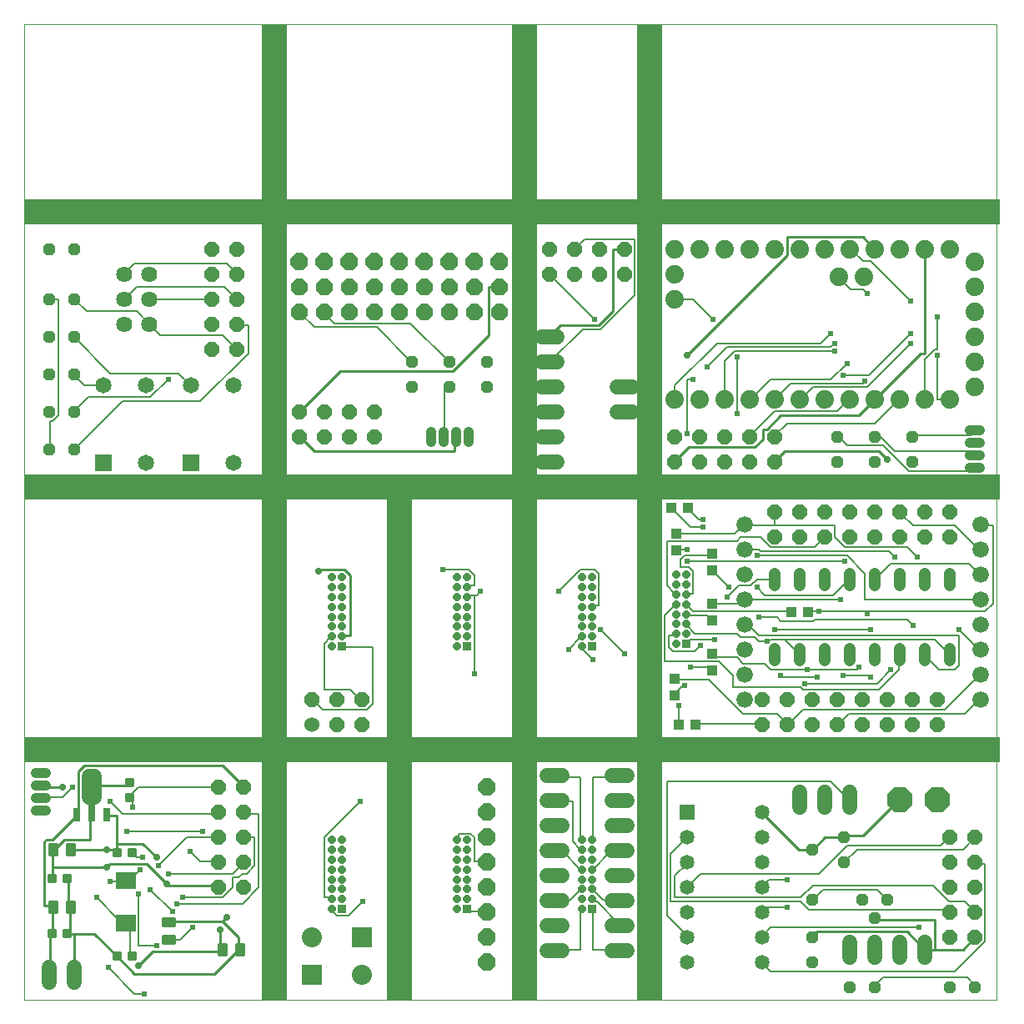
<source format=gbl>
G75*
%MOIN*%
%OFA0B0*%
%FSLAX24Y24*%
%IPPOS*%
%LPD*%
%AMOC8*
5,1,8,0,0,1.08239X$1,22.5*
%
%ADD10C,0.0000*%
%ADD11R,0.1000X2.1000*%
%ADD12R,3.9000X0.1000*%
%ADD13R,0.1000X3.9000*%
%ADD14C,0.0100*%
%ADD15C,0.0088*%
%ADD16R,0.0800X0.0700*%
%ADD17R,0.0315X0.0551*%
%ADD18R,0.0315X0.0748*%
%ADD19C,0.0600*%
%ADD20OC8,0.0600*%
%ADD21R,0.0650X0.0650*%
%ADD22C,0.0650*%
%ADD23OC8,0.0480*%
%ADD24R,0.0800X0.0800*%
%ADD25C,0.0800*%
%ADD26R,0.0585X0.0585*%
%ADD27C,0.0585*%
%ADD28OC8,0.1000*%
%ADD29C,0.0600*%
%ADD30C,0.0740*%
%ADD31R,0.0317X0.0317*%
%ADD32OC8,0.0317*%
%ADD33C,0.0640*%
%ADD34OC8,0.0700*%
%ADD35OC8,0.0660*%
%ADD36C,0.0413*%
%ADD37C,0.0660*%
%ADD38C,0.0480*%
%ADD39R,0.0394X0.0433*%
%ADD40R,0.0433X0.0394*%
%ADD41C,0.0280*%
%ADD42C,0.0080*%
%ADD43C,0.0240*%
D10*
X000535Y000725D02*
X000535Y039721D01*
X039405Y039721D01*
X039405Y000725D01*
X000535Y000725D01*
D11*
X015535Y011225D03*
D12*
X020035Y010725D03*
X020035Y021225D03*
X020035Y032225D03*
D13*
X020535Y020225D03*
X025535Y020225D03*
X010535Y020225D03*
D14*
X012375Y017925D02*
X013335Y017925D01*
X013575Y017685D01*
X013575Y015285D01*
X013255Y015285D01*
X013232Y015241D01*
X012295Y017845D02*
X012375Y017925D01*
X012135Y022645D02*
X011575Y023205D01*
X011535Y023225D01*
X012135Y022645D02*
X017735Y022645D01*
X017735Y023205D01*
X017785Y023225D01*
X017655Y025845D02*
X019095Y027285D01*
X019095Y029205D01*
X019495Y029205D01*
X019535Y029225D01*
X021575Y027285D02*
X021535Y027225D01*
X021575Y027285D02*
X021975Y027685D01*
X023495Y027685D01*
X024055Y028245D01*
X024055Y030725D01*
X024535Y030725D01*
X027015Y026485D02*
X031015Y030485D01*
X031015Y031205D01*
X034055Y031205D01*
X034535Y030725D01*
X036535Y030725D02*
X036535Y026565D01*
X036375Y026565D01*
X034535Y024725D01*
X033895Y024085D01*
X030775Y024085D01*
X030215Y023525D01*
X030055Y023525D01*
X030055Y023125D01*
X029735Y022805D01*
X027095Y022805D01*
X026535Y022245D01*
X026535Y022225D01*
X030535Y022245D02*
X030535Y022225D01*
X030535Y022245D02*
X030935Y022645D01*
X034695Y022645D01*
X035015Y022325D01*
X035495Y008725D02*
X035535Y008725D01*
X035495Y008725D02*
X034055Y007285D01*
X033335Y007285D01*
X033285Y007225D01*
X033255Y007205D01*
X032535Y007205D01*
X032055Y006725D01*
X032035Y006725D01*
X031495Y006725D01*
X030055Y008165D01*
X030035Y008225D01*
X034535Y003975D02*
X034535Y003925D01*
X036935Y003925D01*
X036935Y002725D01*
X038055Y002725D01*
X038535Y003205D01*
X038535Y003225D01*
X036935Y002725D02*
X036535Y002725D01*
X035815Y003445D01*
X032215Y003445D01*
X032055Y003285D01*
X032035Y003225D01*
X011575Y024245D02*
X011535Y024225D01*
X011575Y024245D02*
X013175Y025845D01*
X017655Y025845D01*
X008455Y010085D02*
X002935Y010085D01*
X002695Y009845D01*
X002695Y008165D01*
X002635Y008125D01*
X002615Y008085D01*
X001655Y007125D01*
X001415Y007125D01*
X001335Y007045D01*
X001335Y004485D01*
X001655Y004485D01*
X001685Y004425D01*
X001835Y004200D02*
X001535Y004200D01*
X001535Y004650D01*
X001835Y004650D01*
X001835Y004200D01*
X001835Y004299D02*
X001535Y004299D01*
X001535Y004398D02*
X001835Y004398D01*
X001835Y004497D02*
X001535Y004497D01*
X001535Y004596D02*
X001835Y004596D01*
X001685Y004425D02*
X001655Y004405D01*
X001655Y003445D01*
X001635Y003375D01*
X001575Y003365D01*
X001575Y001765D01*
X001535Y001725D01*
X002535Y001725D02*
X002535Y003365D01*
X003335Y003365D01*
X004215Y002485D01*
X004235Y002475D01*
X004295Y002405D01*
X004935Y001765D01*
X008135Y001765D01*
X009095Y002725D01*
X009135Y002725D01*
X009285Y002500D02*
X008985Y002500D01*
X008985Y002950D01*
X009285Y002950D01*
X009285Y002500D01*
X009285Y002599D02*
X008985Y002599D01*
X008985Y002698D02*
X009285Y002698D01*
X009285Y002797D02*
X008985Y002797D01*
X008985Y002896D02*
X009285Y002896D01*
X009095Y002725D02*
X009095Y003205D01*
X008455Y003845D01*
X008615Y004005D01*
X008455Y003845D02*
X006295Y003845D01*
X006285Y003825D01*
X006510Y003975D02*
X006510Y003675D01*
X006060Y003675D01*
X006060Y003975D01*
X006510Y003975D01*
X006510Y003774D02*
X006060Y003774D01*
X006060Y003873D02*
X006510Y003873D01*
X006510Y003972D02*
X006060Y003972D01*
X006510Y003275D02*
X006510Y002975D01*
X006060Y002975D01*
X006060Y003275D01*
X006510Y003275D01*
X006510Y003074D02*
X006060Y003074D01*
X006060Y003173D02*
X006510Y003173D01*
X006510Y003272D02*
X006060Y003272D01*
X005655Y002645D02*
X008295Y002645D01*
X008375Y002725D01*
X008435Y002725D01*
X008585Y002500D02*
X008285Y002500D01*
X008285Y002950D01*
X008585Y002950D01*
X008585Y002500D01*
X008585Y002599D02*
X008285Y002599D01*
X008285Y002698D02*
X008585Y002698D01*
X008585Y002797D02*
X008285Y002797D01*
X008285Y002896D02*
X008585Y002896D01*
X008375Y002725D02*
X008375Y003525D01*
X008285Y005225D02*
X008215Y005285D01*
X006295Y005285D01*
X006215Y005365D01*
X005415Y006165D01*
X003975Y006165D01*
X003815Y006005D01*
X001655Y006005D01*
X001655Y005605D01*
X001635Y005575D01*
X002235Y005575D02*
X002295Y005525D01*
X002295Y004485D01*
X002375Y004485D01*
X002385Y004425D01*
X002535Y004200D02*
X002235Y004200D01*
X002235Y004650D01*
X002535Y004650D01*
X002535Y004200D01*
X002535Y004299D02*
X002235Y004299D01*
X002235Y004398D02*
X002535Y004398D01*
X002535Y004497D02*
X002235Y004497D01*
X002235Y004596D02*
X002535Y004596D01*
X002385Y004425D02*
X002375Y004405D01*
X002375Y003445D01*
X002295Y003445D01*
X002235Y003375D01*
X002295Y003365D01*
X002535Y003365D01*
X005095Y002085D02*
X005655Y002645D01*
X005815Y006405D02*
X005255Y006965D01*
X004215Y006965D01*
X004215Y006725D01*
X004235Y006625D01*
X004215Y006645D01*
X004215Y006725D01*
X003815Y006725D01*
X002385Y006725D01*
X002535Y006500D02*
X002235Y006500D01*
X002235Y006950D01*
X002535Y006950D01*
X002535Y006500D01*
X002535Y006599D02*
X002235Y006599D01*
X002235Y006698D02*
X002535Y006698D01*
X002535Y006797D02*
X002235Y006797D01*
X002235Y006896D02*
X002535Y006896D01*
X002135Y007125D02*
X001735Y006725D01*
X001685Y006725D01*
X001835Y006500D02*
X001535Y006500D01*
X001535Y006950D01*
X001835Y006950D01*
X001835Y006500D01*
X001835Y006599D02*
X001535Y006599D01*
X001535Y006698D02*
X001835Y006698D01*
X001835Y006797D02*
X001535Y006797D01*
X001535Y006896D02*
X001835Y006896D01*
X001685Y006725D02*
X001655Y006725D01*
X001655Y006005D01*
X002135Y007125D02*
X003175Y007125D01*
X003175Y008165D01*
X003235Y008225D01*
X003255Y008245D01*
X003255Y009205D01*
X003235Y009245D01*
X003255Y009285D01*
X004615Y009285D01*
X004695Y009365D01*
X004735Y009425D01*
X004215Y008085D02*
X003895Y008085D01*
X003835Y008125D01*
X004215Y008085D02*
X004215Y006965D01*
X002055Y009205D02*
X001255Y009205D01*
X001185Y009275D01*
X008455Y010085D02*
X009255Y009285D01*
X009285Y009225D01*
D15*
X004966Y006494D02*
X004704Y006494D01*
X004704Y006756D01*
X004966Y006756D01*
X004966Y006494D01*
X004966Y006581D02*
X004704Y006581D01*
X004704Y006668D02*
X004966Y006668D01*
X004966Y006755D02*
X004704Y006755D01*
X004366Y006494D02*
X004104Y006494D01*
X004104Y006756D01*
X004366Y006756D01*
X004366Y006494D01*
X004366Y006581D02*
X004104Y006581D01*
X004104Y006668D02*
X004366Y006668D01*
X004366Y006755D02*
X004104Y006755D01*
X002366Y005444D02*
X002104Y005444D01*
X002104Y005706D01*
X002366Y005706D01*
X002366Y005444D01*
X002366Y005531D02*
X002104Y005531D01*
X002104Y005618D02*
X002366Y005618D01*
X002366Y005705D02*
X002104Y005705D01*
X001766Y005444D02*
X001504Y005444D01*
X001504Y005706D01*
X001766Y005706D01*
X001766Y005444D01*
X001766Y005531D02*
X001504Y005531D01*
X001504Y005618D02*
X001766Y005618D01*
X001766Y005705D02*
X001504Y005705D01*
X001504Y003244D02*
X001766Y003244D01*
X001504Y003244D02*
X001504Y003506D01*
X001766Y003506D01*
X001766Y003244D01*
X001766Y003331D02*
X001504Y003331D01*
X001504Y003418D02*
X001766Y003418D01*
X001766Y003505D02*
X001504Y003505D01*
X002104Y003244D02*
X002366Y003244D01*
X002104Y003244D02*
X002104Y003506D01*
X002366Y003506D01*
X002366Y003244D01*
X002366Y003331D02*
X002104Y003331D01*
X002104Y003418D02*
X002366Y003418D01*
X002366Y003505D02*
X002104Y003505D01*
X004104Y002344D02*
X004366Y002344D01*
X004104Y002344D02*
X004104Y002606D01*
X004366Y002606D01*
X004366Y002344D01*
X004366Y002431D02*
X004104Y002431D01*
X004104Y002518D02*
X004366Y002518D01*
X004366Y002605D02*
X004104Y002605D01*
X004704Y002344D02*
X004966Y002344D01*
X004704Y002344D02*
X004704Y002606D01*
X004966Y002606D01*
X004966Y002344D01*
X004966Y002431D02*
X004704Y002431D01*
X004704Y002518D02*
X004966Y002518D01*
X004966Y002605D02*
X004704Y002605D01*
X004866Y008694D02*
X004866Y008956D01*
X004866Y008694D02*
X004604Y008694D01*
X004604Y008956D01*
X004866Y008956D01*
X004866Y008781D02*
X004604Y008781D01*
X004604Y008868D02*
X004866Y008868D01*
X004866Y008955D02*
X004604Y008955D01*
X004866Y009294D02*
X004866Y009556D01*
X004866Y009294D02*
X004604Y009294D01*
X004604Y009556D01*
X004866Y009556D01*
X004866Y009381D02*
X004604Y009381D01*
X004604Y009468D02*
X004866Y009468D01*
X004866Y009555D02*
X004604Y009555D01*
D16*
X004585Y005475D03*
X004585Y003775D03*
D17*
X003835Y008125D03*
X002635Y008125D03*
D18*
X003235Y008225D03*
D19*
X003135Y009663D02*
X003335Y009663D01*
X003335Y008827D01*
X003135Y008827D01*
X003135Y009663D01*
X003135Y009426D02*
X003335Y009426D01*
X002535Y002025D02*
X002535Y001425D01*
X001535Y001425D02*
X001535Y002025D01*
X021435Y002675D02*
X022035Y002675D01*
X022035Y003675D02*
X021435Y003675D01*
X021435Y004675D02*
X022035Y004675D01*
X022035Y005675D02*
X021435Y005675D01*
X021435Y006675D02*
X022035Y006675D01*
X022035Y007675D02*
X021435Y007675D01*
X021435Y008675D02*
X022035Y008675D01*
X022035Y009675D02*
X021435Y009675D01*
X024035Y009675D02*
X024635Y009675D01*
X024635Y008675D02*
X024035Y008675D01*
X024035Y007675D02*
X024635Y007675D01*
X024635Y006675D02*
X024035Y006675D01*
X024035Y005675D02*
X024635Y005675D01*
X024635Y004675D02*
X024035Y004675D01*
X024035Y003675D02*
X024635Y003675D01*
X024635Y002675D02*
X024035Y002675D01*
X031535Y008425D02*
X031535Y009025D01*
X032535Y009025D02*
X032535Y008425D01*
X033535Y008425D02*
X033535Y009025D01*
X033535Y003025D02*
X033535Y002425D01*
X034535Y002425D02*
X034535Y003025D01*
X035535Y003025D02*
X035535Y002425D01*
X036535Y002425D02*
X036535Y003025D01*
X021835Y022225D02*
X021235Y022225D01*
X021235Y023225D02*
X021835Y023225D01*
X021835Y024225D02*
X021235Y024225D01*
X021235Y025225D02*
X021835Y025225D01*
X021835Y026225D02*
X021235Y026225D01*
X021235Y027225D02*
X021835Y027225D01*
X024235Y025225D02*
X024835Y025225D01*
X024835Y024225D02*
X024235Y024225D01*
D20*
X026535Y023225D03*
X027535Y023225D03*
X027535Y022225D03*
X026535Y022225D03*
X028535Y022225D03*
X029535Y022225D03*
X029535Y023225D03*
X028535Y023225D03*
X030535Y023225D03*
X030535Y022225D03*
X030535Y020225D03*
X030535Y019225D03*
X031535Y019225D03*
X031535Y020225D03*
X032535Y020225D03*
X032535Y019225D03*
X033535Y019225D03*
X033535Y020225D03*
X034535Y020225D03*
X034535Y019225D03*
X035535Y019225D03*
X035535Y020225D03*
X036535Y020225D03*
X036535Y019225D03*
X037535Y019225D03*
X037535Y020225D03*
X037035Y012725D03*
X036035Y012725D03*
X036035Y011725D03*
X037035Y011725D03*
X035035Y011725D03*
X034035Y011725D03*
X034035Y012725D03*
X035035Y012725D03*
X033035Y012725D03*
X032035Y012725D03*
X032035Y011725D03*
X033035Y011725D03*
X031035Y011725D03*
X030035Y011725D03*
X030035Y012725D03*
X031035Y012725D03*
X037535Y007225D03*
X037535Y006225D03*
X037535Y005225D03*
X037535Y004225D03*
X037535Y003225D03*
X038535Y003225D03*
X038535Y004225D03*
X038535Y005225D03*
X038535Y006225D03*
X038535Y007225D03*
X024535Y029725D03*
X023535Y029725D03*
X022535Y029725D03*
X021535Y029725D03*
X021535Y030725D03*
X022535Y030725D03*
X023535Y030725D03*
X024535Y030725D03*
X014535Y024225D03*
X014535Y023225D03*
X013535Y023225D03*
X012535Y023225D03*
X012535Y024225D03*
X013535Y024225D03*
X011535Y024225D03*
X011535Y023225D03*
X009035Y026725D03*
X008035Y026725D03*
X008035Y027725D03*
X009035Y027725D03*
X009035Y028725D03*
X008035Y028725D03*
X008035Y029725D03*
X009035Y029725D03*
X009035Y030725D03*
X008035Y030725D03*
X012035Y012725D03*
X013035Y012725D03*
X013035Y011725D03*
X014035Y011725D03*
X014035Y012725D03*
X009285Y009225D03*
X008285Y009225D03*
X008285Y008225D03*
X008285Y007225D03*
X008285Y006225D03*
X008285Y005225D03*
X009285Y005225D03*
X009285Y006225D03*
X009285Y007225D03*
X009285Y008225D03*
D21*
X007185Y022175D03*
X003685Y022175D03*
D22*
X005385Y022175D03*
X005385Y025275D03*
X003685Y025275D03*
X007185Y025275D03*
X008885Y025275D03*
X008885Y022175D03*
D23*
X002535Y022725D03*
X001535Y022725D03*
X001535Y024225D03*
X002535Y024225D03*
X002535Y025725D03*
X001535Y025725D03*
X001535Y027225D03*
X002535Y027225D03*
X002535Y028725D03*
X001535Y028725D03*
X001535Y030725D03*
X002535Y030725D03*
X016035Y026225D03*
X016035Y025225D03*
X017535Y025225D03*
X017535Y026225D03*
X019035Y026225D03*
X019035Y025225D03*
X033035Y023225D03*
X033035Y022225D03*
X034535Y022225D03*
X034535Y023225D03*
X036035Y023225D03*
X036035Y022225D03*
X033285Y007225D03*
X033285Y006225D03*
X032035Y006725D03*
X032035Y004725D03*
X032035Y003225D03*
X032035Y002225D03*
X033535Y001225D03*
X034535Y001225D03*
X034535Y003975D03*
X034035Y004725D03*
X035035Y004725D03*
X037535Y001225D03*
X038535Y001225D03*
D24*
X014035Y003225D03*
X012035Y001725D03*
D25*
X012035Y003225D03*
X014035Y001725D03*
D26*
X027035Y008225D03*
D27*
X027035Y007225D03*
X027035Y006225D03*
X027035Y005225D03*
X027035Y004225D03*
X027035Y003225D03*
X027035Y002225D03*
X030035Y002225D03*
X030035Y003225D03*
X030035Y004225D03*
X030035Y005225D03*
X030035Y006225D03*
X030035Y007225D03*
X030035Y008225D03*
D28*
X035535Y008725D03*
X037035Y008725D03*
D29*
X012035Y011725D03*
D30*
X026535Y024725D03*
X027535Y024725D03*
X028535Y024725D03*
X029535Y024725D03*
X030535Y024725D03*
X031535Y024725D03*
X032535Y024725D03*
X033535Y024725D03*
X034535Y024725D03*
X035535Y024725D03*
X036535Y024725D03*
X037535Y024725D03*
X038535Y025225D03*
X038535Y026225D03*
X038535Y027225D03*
X038535Y028225D03*
X038535Y029225D03*
X038535Y030225D03*
X037535Y030725D03*
X036535Y030725D03*
X035535Y030725D03*
X034535Y030725D03*
X033535Y030725D03*
X032535Y030725D03*
X031535Y030725D03*
X030535Y030725D03*
X029535Y030725D03*
X028535Y030725D03*
X027535Y030725D03*
X026535Y030725D03*
X026535Y029725D03*
X026535Y028725D03*
X033098Y029600D03*
X034098Y029600D03*
D31*
X026982Y014947D03*
X023232Y014847D03*
X018232Y014847D03*
X013232Y014847D03*
X013232Y004347D03*
X018232Y004347D03*
X023232Y004347D03*
D32*
X023232Y004741D03*
X023232Y005134D03*
X022838Y005134D03*
X022838Y004741D03*
X022838Y004347D03*
X022838Y005528D03*
X022838Y005922D03*
X022838Y006316D03*
X022838Y006709D03*
X023232Y006709D03*
X023232Y006316D03*
X023232Y005922D03*
X023232Y005528D03*
X023232Y007103D03*
X022838Y007103D03*
X018232Y007103D03*
X018232Y006709D03*
X018232Y006316D03*
X017838Y006316D03*
X017838Y006709D03*
X017838Y007103D03*
X017838Y005922D03*
X017838Y005528D03*
X017838Y005134D03*
X017838Y004741D03*
X018232Y004741D03*
X018232Y005134D03*
X018232Y005528D03*
X018232Y005922D03*
X017838Y004347D03*
X013232Y004741D03*
X013232Y005134D03*
X012838Y005134D03*
X012838Y004741D03*
X012838Y004347D03*
X012838Y005528D03*
X012838Y005922D03*
X012838Y006316D03*
X012838Y006709D03*
X013232Y006709D03*
X013232Y006316D03*
X013232Y005922D03*
X013232Y005528D03*
X013232Y007103D03*
X012838Y007103D03*
X012838Y014847D03*
X012838Y015241D03*
X012838Y015634D03*
X013232Y015634D03*
X013232Y015241D03*
X013232Y016028D03*
X012838Y016028D03*
X012838Y016422D03*
X012838Y016816D03*
X012838Y017209D03*
X013232Y017209D03*
X013232Y016816D03*
X013232Y016422D03*
X013232Y017603D03*
X012838Y017603D03*
X017838Y017603D03*
X017838Y017209D03*
X017838Y016816D03*
X018232Y016816D03*
X018232Y017209D03*
X018232Y017603D03*
X018232Y016422D03*
X017838Y016422D03*
X017838Y016028D03*
X017838Y015634D03*
X017838Y015241D03*
X018232Y015241D03*
X018232Y015634D03*
X018232Y016028D03*
X017838Y014847D03*
X022838Y014847D03*
X022838Y015241D03*
X022838Y015634D03*
X023232Y015634D03*
X023232Y015241D03*
X023232Y016028D03*
X022838Y016028D03*
X022838Y016422D03*
X022838Y016816D03*
X022838Y017209D03*
X023232Y017209D03*
X023232Y016816D03*
X023232Y016422D03*
X023232Y017603D03*
X022838Y017603D03*
X026588Y017703D03*
X026588Y017309D03*
X026588Y016916D03*
X026982Y016916D03*
X026982Y017309D03*
X026982Y017703D03*
X026982Y016522D03*
X026588Y016522D03*
X026588Y016128D03*
X026588Y015734D03*
X026588Y015341D03*
X026982Y015341D03*
X026982Y015734D03*
X026982Y016128D03*
X026588Y014947D03*
D33*
X005535Y027725D03*
X004535Y027725D03*
X004535Y028725D03*
X004535Y029725D03*
X005535Y029725D03*
X005535Y028725D03*
D34*
X011535Y030225D03*
X012535Y030225D03*
X013535Y030225D03*
X014535Y030225D03*
X015535Y030225D03*
X016535Y030225D03*
X017535Y030225D03*
X018535Y030225D03*
X019535Y030225D03*
X019035Y009225D03*
X019035Y008225D03*
X019035Y007225D03*
X019035Y006225D03*
X019035Y005225D03*
X019035Y004225D03*
X019035Y003225D03*
X019035Y002225D03*
D35*
X018535Y028225D03*
X019535Y028225D03*
X019535Y029225D03*
X018535Y029225D03*
X017535Y029225D03*
X016535Y029225D03*
X015535Y029225D03*
X014535Y029225D03*
X013535Y029225D03*
X012535Y029225D03*
X011535Y029225D03*
X011535Y028225D03*
X012535Y028225D03*
X013535Y028225D03*
X014535Y028225D03*
X015535Y028225D03*
X016535Y028225D03*
X017535Y028225D03*
D36*
X017285Y023432D02*
X017285Y023018D01*
X017785Y023018D02*
X017785Y023432D01*
X018285Y023432D02*
X018285Y023018D01*
X016785Y023018D02*
X016785Y023432D01*
X001392Y009775D02*
X000978Y009775D01*
X000978Y009275D02*
X001392Y009275D01*
X001392Y008775D02*
X000978Y008775D01*
X000978Y008275D02*
X001392Y008275D01*
X038328Y021975D02*
X038742Y021975D01*
X038742Y022475D02*
X038328Y022475D01*
X038328Y022975D02*
X038742Y022975D01*
X038742Y023475D02*
X038328Y023475D01*
D37*
X038759Y019725D03*
X038759Y018725D03*
X038759Y017725D03*
X038759Y016725D03*
X038759Y015725D03*
X038759Y014725D03*
X038759Y013725D03*
X038759Y012725D03*
X029311Y012725D03*
X029311Y013725D03*
X029311Y014725D03*
X029311Y015725D03*
X029311Y016725D03*
X029311Y017725D03*
X029311Y018725D03*
X029311Y019725D03*
D38*
X030535Y017765D02*
X030535Y017285D01*
X031535Y017285D02*
X031535Y017765D01*
X032535Y017765D02*
X032535Y017285D01*
X033535Y017285D02*
X033535Y017765D01*
X034535Y017765D02*
X034535Y017285D01*
X035535Y017285D02*
X035535Y017765D01*
X036535Y017765D02*
X036535Y017285D01*
X037535Y017285D02*
X037535Y017765D01*
X037535Y014765D02*
X037535Y014285D01*
X036535Y014285D02*
X036535Y014765D01*
X035535Y014765D02*
X035535Y014285D01*
X034535Y014285D02*
X034535Y014765D01*
X033535Y014765D02*
X033535Y014285D01*
X032535Y014285D02*
X032535Y014765D01*
X031535Y014765D02*
X031535Y014285D01*
X030535Y014285D02*
X030535Y014765D01*
D39*
X031200Y016225D03*
X031870Y016225D03*
X027370Y011725D03*
X026700Y011725D03*
X026400Y020375D03*
X027070Y020375D03*
D40*
X026585Y019360D03*
X026585Y018690D03*
X028035Y018560D03*
X028035Y017890D03*
X028035Y016560D03*
X028035Y015890D03*
X028035Y014560D03*
X028035Y013890D03*
X026535Y013560D03*
X026535Y012890D03*
D41*
X035015Y022325D03*
X027015Y026485D03*
X012295Y017845D03*
X002055Y009205D03*
X003815Y006725D03*
X003815Y006005D03*
X005815Y006405D03*
X006215Y005365D03*
X008375Y003525D03*
X008615Y004005D03*
X005095Y002085D03*
D42*
X004855Y002485D02*
X004835Y002475D01*
X004775Y002485D01*
X004775Y003765D01*
X004615Y003765D01*
X004585Y003775D01*
X004535Y003845D01*
X004375Y003845D01*
X003415Y004805D01*
X003975Y005445D02*
X004535Y005445D01*
X004585Y005475D01*
X004615Y005525D01*
X004775Y005525D01*
X005175Y005925D01*
X005255Y006405D02*
X005015Y006405D01*
X004855Y006565D01*
X004835Y006625D01*
X004855Y006645D01*
X004615Y007445D02*
X007655Y007445D01*
X008215Y007205D02*
X008285Y007225D01*
X008215Y007205D02*
X007015Y007205D01*
X005895Y006085D01*
X006295Y005765D02*
X008855Y005765D01*
X009255Y006165D01*
X009285Y006225D01*
X009255Y005765D02*
X009095Y005605D01*
X008855Y005605D01*
X008855Y005205D01*
X008455Y004805D01*
X006855Y004805D01*
X006615Y004565D02*
X009255Y004565D01*
X009895Y005205D01*
X009895Y008165D01*
X009335Y008165D01*
X009285Y008225D01*
X009285Y007225D02*
X009335Y007205D01*
X009735Y007205D01*
X009735Y006085D01*
X009415Y005765D01*
X009255Y005765D01*
X008285Y006225D02*
X008215Y006245D01*
X007575Y006245D01*
X007175Y006645D01*
X008215Y008165D02*
X008285Y008225D01*
X008215Y008165D02*
X004455Y008165D01*
X003975Y008645D01*
X004735Y008825D02*
X004775Y008805D01*
X004855Y008805D01*
X004855Y008405D01*
X004735Y008825D02*
X004775Y008885D01*
X005095Y009205D01*
X008215Y009205D01*
X008285Y009225D01*
X012035Y012725D02*
X012055Y012725D01*
X012455Y012325D01*
X014215Y012325D01*
X014455Y012565D01*
X014455Y014805D01*
X013255Y014805D01*
X013232Y014847D01*
X012838Y015241D02*
X012775Y015205D01*
X012535Y014965D01*
X012535Y013125D01*
X013575Y013125D01*
X013975Y012725D01*
X014035Y012725D01*
X013975Y008645D02*
X012535Y007205D01*
X012535Y004805D01*
X012775Y004805D01*
X012838Y004741D01*
X012838Y004347D02*
X012775Y004325D01*
X013015Y004085D01*
X013495Y004085D01*
X014055Y004645D01*
X017838Y007103D02*
X017895Y007125D01*
X017895Y007365D01*
X018375Y007365D01*
X018535Y007205D01*
X018535Y006245D01*
X019015Y006245D01*
X019035Y006225D01*
X019015Y004245D02*
X018375Y004245D01*
X018295Y004325D01*
X018232Y004347D01*
X019015Y004245D02*
X019035Y004225D01*
X021735Y004675D02*
X021735Y004725D01*
X022375Y004725D01*
X022775Y005125D01*
X022838Y005134D01*
X023232Y005134D02*
X023255Y005125D01*
X023655Y004725D01*
X024295Y004725D01*
X024335Y004675D01*
X023415Y004645D02*
X024375Y003685D01*
X024335Y003675D01*
X023255Y004325D02*
X023232Y004347D01*
X023255Y004325D02*
X023255Y002725D01*
X024295Y002725D01*
X024335Y002675D01*
X022775Y002725D02*
X022775Y004325D01*
X022838Y004347D01*
X023232Y004741D02*
X023255Y004725D01*
X023335Y004645D01*
X023415Y004645D01*
X023255Y005925D02*
X023232Y005922D01*
X023255Y005925D02*
X023975Y006645D01*
X024295Y006645D01*
X024335Y006675D01*
X023255Y007125D02*
X023232Y007103D01*
X023255Y007125D02*
X023255Y009605D01*
X024295Y009605D01*
X024335Y009675D01*
X022775Y009605D02*
X021735Y009605D01*
X021735Y009675D01*
X022775Y009605D02*
X022775Y007125D01*
X022838Y007103D01*
X022775Y006725D02*
X022838Y006709D01*
X022775Y006725D02*
X022455Y007045D01*
X022455Y008645D01*
X021735Y008645D01*
X021735Y008675D01*
X021735Y006675D02*
X021735Y006645D01*
X022055Y006645D01*
X022775Y005925D01*
X022838Y005922D01*
X022775Y002725D02*
X021735Y002725D01*
X021735Y002675D01*
X026215Y004085D02*
X026215Y009445D01*
X032775Y009445D01*
X033495Y008725D01*
X033535Y008725D01*
X033415Y006885D02*
X037175Y006885D01*
X037495Y007205D01*
X037535Y007225D01*
X038055Y006725D02*
X038535Y007205D01*
X038535Y007225D01*
X038055Y006725D02*
X033815Y006725D01*
X033335Y006245D01*
X033285Y006225D01*
X033415Y006885D02*
X032295Y005765D01*
X027575Y005765D01*
X027035Y005225D01*
X026535Y004805D02*
X031575Y004805D01*
X032055Y005285D01*
X036855Y005285D01*
X037495Y004645D01*
X038135Y004645D01*
X038535Y004245D01*
X038535Y004225D01*
X037535Y004225D02*
X037495Y004245D01*
X037415Y004325D01*
X031895Y004325D01*
X031575Y004645D01*
X026375Y004645D01*
X026375Y006565D01*
X027035Y007225D01*
X027035Y006225D02*
X027015Y006165D01*
X026535Y005685D01*
X026535Y004805D01*
X026215Y004085D02*
X027015Y003285D01*
X027035Y003225D01*
X030035Y003225D02*
X030055Y003285D01*
X030375Y003605D01*
X036295Y003605D01*
X035035Y004725D02*
X035015Y004725D01*
X034615Y005125D01*
X032455Y005125D01*
X032055Y004725D01*
X032035Y004725D01*
X031015Y004405D02*
X030215Y004405D01*
X030035Y004225D01*
X030035Y005225D02*
X030055Y005285D01*
X030295Y005525D01*
X031015Y005525D01*
X030035Y002225D02*
X030055Y002165D01*
X030375Y001845D01*
X037735Y001845D01*
X038935Y003045D01*
X038935Y006165D01*
X038535Y006165D01*
X038535Y006225D01*
X038215Y001605D02*
X034855Y001605D01*
X034535Y001285D01*
X034535Y001225D01*
X038215Y001605D02*
X038535Y001285D01*
X038535Y001225D01*
X033035Y011725D02*
X033095Y011765D01*
X033495Y012165D01*
X038135Y012165D01*
X038695Y012725D01*
X038759Y012725D01*
X038695Y013685D02*
X038759Y013725D01*
X038695Y013685D02*
X037335Y012325D01*
X031655Y012325D01*
X031095Y011765D01*
X031035Y011725D01*
X031015Y011765D01*
X030615Y012165D01*
X029255Y012165D01*
X027895Y013525D01*
X026535Y013525D01*
X026535Y013560D01*
X026855Y013285D02*
X026935Y013285D01*
X026855Y013285D02*
X026535Y012965D01*
X026535Y012890D01*
X026695Y012485D02*
X026695Y011765D01*
X026700Y011725D01*
X027370Y011725D02*
X027415Y011765D01*
X029975Y011765D01*
X030035Y011725D01*
X028855Y013205D02*
X031575Y013205D01*
X031655Y013125D01*
X034695Y013125D01*
X035495Y013925D01*
X035495Y014485D01*
X035535Y014525D01*
X035175Y013925D02*
X034615Y013365D01*
X031735Y013365D01*
X032215Y013605D02*
X030855Y013605D01*
X030775Y013685D01*
X030375Y013925D02*
X030135Y014165D01*
X029255Y014165D01*
X029015Y014405D01*
X028135Y014405D01*
X028055Y014485D01*
X028035Y014560D01*
X028295Y014245D02*
X028855Y013685D01*
X028855Y013205D01*
X028035Y013890D02*
X027975Y013925D01*
X027895Y014005D01*
X027175Y014005D01*
X027335Y014645D02*
X026455Y014645D01*
X026295Y014805D01*
X026295Y015285D01*
X026535Y015285D01*
X026588Y015341D01*
X027015Y015685D02*
X026982Y015734D01*
X027015Y015685D02*
X027335Y015365D01*
X029015Y015365D01*
X029175Y015205D01*
X029735Y015205D01*
X029895Y015045D01*
X030215Y015045D01*
X030295Y015045D01*
X030375Y015125D01*
X030935Y015125D01*
X036935Y015125D01*
X037535Y014525D01*
X037895Y014085D02*
X037895Y015285D01*
X029895Y015285D01*
X029495Y015685D01*
X029335Y015685D01*
X029311Y015725D01*
X029895Y016005D02*
X030615Y016005D01*
X030775Y015845D01*
X032055Y015845D01*
X032135Y015925D01*
X035815Y015925D01*
X036055Y015685D01*
X036535Y014525D02*
X036535Y014485D01*
X037095Y013925D01*
X037735Y013925D01*
X037895Y014085D01*
X038695Y014725D02*
X038759Y014725D01*
X038695Y014725D02*
X037895Y015525D01*
X038935Y016245D02*
X039255Y016565D01*
X039255Y019685D01*
X038775Y019685D01*
X038759Y019725D01*
X038759Y018725D02*
X038695Y018725D01*
X037735Y019685D01*
X036055Y019685D01*
X035575Y020165D01*
X035535Y020225D01*
X035815Y018805D02*
X033335Y018805D01*
X032935Y019205D01*
X032935Y019685D01*
X030535Y019685D01*
X030535Y020225D01*
X030535Y019685D02*
X029335Y019685D01*
X029311Y019725D01*
X029255Y019685D01*
X028935Y019365D01*
X026615Y019365D01*
X026585Y019360D01*
X026215Y019045D02*
X029015Y019045D01*
X029175Y019205D01*
X029975Y019205D01*
X030375Y018805D01*
X032135Y018805D01*
X032535Y019205D01*
X032535Y019225D01*
X033415Y018485D02*
X034135Y017765D01*
X034135Y016725D01*
X038759Y016725D01*
X038935Y016245D02*
X034215Y016245D01*
X034215Y016165D01*
X034215Y016245D02*
X032295Y016245D01*
X031895Y016245D01*
X031870Y016225D01*
X031200Y016225D02*
X031175Y016245D01*
X027255Y016245D01*
X027015Y016485D01*
X026982Y016522D01*
X026982Y016916D02*
X027015Y016965D01*
X027255Y016965D01*
X027255Y017845D01*
X027095Y018005D01*
X026775Y018005D01*
X026775Y018325D01*
X026935Y018485D01*
X027975Y018485D01*
X028035Y018560D01*
X028035Y017890D02*
X028055Y017845D01*
X028695Y017205D01*
X029095Y017285D02*
X028615Y016805D01*
X029095Y016565D02*
X028055Y016565D01*
X028035Y016560D01*
X027815Y016085D02*
X027015Y016085D01*
X026982Y016128D01*
X026588Y016522D02*
X026535Y016485D01*
X026135Y016085D01*
X026135Y014245D01*
X028295Y014245D01*
X028135Y015125D02*
X027175Y015125D01*
X027015Y014965D01*
X026982Y014947D01*
X027335Y014645D02*
X027575Y014885D01*
X028035Y015890D02*
X027975Y015925D01*
X027815Y016085D01*
X029095Y016565D02*
X029255Y016725D01*
X029311Y016725D01*
X033175Y016725D01*
X032855Y016885D02*
X030135Y016885D01*
X029815Y017205D01*
X029575Y017285D02*
X029815Y017525D01*
X030535Y017525D01*
X029815Y018485D02*
X033415Y018485D01*
X033335Y018245D02*
X027015Y018245D01*
X026585Y018690D02*
X026615Y018725D01*
X027015Y018725D01*
X026215Y019045D02*
X026215Y017285D01*
X026535Y016965D01*
X026588Y016916D01*
X029095Y017285D02*
X029575Y017285D01*
X029975Y018645D02*
X029895Y018725D01*
X029311Y018725D01*
X029975Y018645D02*
X035095Y018645D01*
X035335Y018405D01*
X035175Y018165D02*
X038295Y018165D01*
X038695Y017765D01*
X038759Y017725D01*
X036215Y018405D02*
X035815Y018805D01*
X035175Y018165D02*
X034535Y017525D01*
X033535Y017525D02*
X033495Y017525D01*
X032855Y016885D01*
X034375Y015525D02*
X030535Y015525D01*
X030935Y015125D02*
X031535Y014525D01*
X031815Y013925D02*
X033815Y013925D01*
X033895Y014005D01*
X034295Y013685D02*
X033255Y013685D01*
X034295Y013685D02*
X034375Y013605D01*
X031815Y013925D02*
X030375Y013925D01*
X024535Y014565D02*
X023575Y015525D01*
X022838Y015241D02*
X022775Y015205D01*
X022295Y014725D01*
X022775Y014805D02*
X022838Y014847D01*
X022775Y014805D02*
X023255Y014325D01*
X023232Y016422D02*
X023255Y016485D01*
X023495Y016485D01*
X023495Y017765D01*
X023335Y017925D01*
X022775Y017925D01*
X021895Y017045D01*
X018775Y017045D02*
X018615Y016885D01*
X018535Y016885D01*
X018535Y013765D01*
X018232Y016816D02*
X018295Y016885D01*
X018535Y016885D01*
X018535Y017285D02*
X018295Y017285D01*
X018232Y017209D01*
X018535Y017285D02*
X018535Y017685D01*
X018295Y017925D01*
X017255Y017925D01*
X017285Y023225D02*
X017335Y023285D01*
X017335Y025205D01*
X017495Y025205D01*
X017535Y025225D01*
X017535Y026225D02*
X017495Y026245D01*
X015975Y027765D01*
X012935Y027765D01*
X012535Y028165D01*
X012535Y028225D01*
X012135Y027605D02*
X011575Y028165D01*
X011535Y028225D01*
X012135Y027605D02*
X014615Y027605D01*
X015975Y026245D01*
X016035Y026225D01*
X021535Y026225D02*
X021575Y026245D01*
X022855Y027525D01*
X023575Y027525D01*
X024935Y028885D01*
X024935Y031125D01*
X022935Y031125D01*
X022535Y030725D01*
X021535Y029725D02*
X023335Y027925D01*
X026535Y028725D02*
X027255Y028725D01*
X028055Y027925D01*
X028215Y026965D02*
X026535Y025285D01*
X026535Y024725D01*
X027015Y025525D02*
X027255Y025525D01*
X027015Y025525D02*
X027015Y023365D01*
X028535Y024725D02*
X028535Y026245D01*
X028935Y026645D01*
X032935Y026645D01*
X032775Y026805D02*
X028615Y026805D01*
X027815Y026005D01*
X028215Y026965D02*
X032375Y026965D01*
X032775Y027365D01*
X032935Y026965D02*
X032775Y026805D01*
X033415Y026165D02*
X032775Y025525D01*
X030375Y025525D01*
X029575Y024725D01*
X029535Y024725D01*
X029015Y024165D02*
X029015Y026405D01*
X030535Y024725D02*
X031175Y025365D01*
X034055Y025365D01*
X034135Y025445D01*
X034215Y025205D02*
X032055Y025205D01*
X031575Y024725D01*
X031535Y024725D01*
X030535Y024245D02*
X033015Y024245D01*
X033495Y024725D01*
X033535Y024725D01*
X034215Y025205D02*
X035975Y026965D01*
X035975Y027365D02*
X034295Y025685D01*
X033255Y025685D01*
X034535Y023765D02*
X035495Y024725D01*
X035535Y024725D01*
X036535Y024725D02*
X036535Y026325D01*
X036935Y026725D01*
X037015Y026725D01*
X037015Y028005D01*
X035975Y028645D02*
X034375Y030245D01*
X034055Y030245D01*
X033575Y030725D01*
X033535Y030725D01*
X033098Y029600D02*
X033175Y029525D01*
X033575Y029125D01*
X034055Y029125D01*
X034215Y028965D01*
X037015Y026485D02*
X037015Y024725D01*
X037535Y024725D01*
X038535Y023475D02*
X038535Y023445D01*
X038375Y023285D01*
X036055Y023285D01*
X036035Y023225D01*
X035335Y022645D02*
X034775Y023205D01*
X034535Y023205D01*
X034535Y023225D01*
X034855Y022885D02*
X033415Y022885D01*
X033095Y023205D01*
X033035Y023225D01*
X034535Y023765D02*
X031015Y023765D01*
X030535Y023285D01*
X030535Y023225D01*
X029575Y023285D02*
X030535Y024245D01*
X029575Y023285D02*
X029535Y023225D01*
X027070Y020375D02*
X027095Y020325D01*
X027495Y019925D01*
X027655Y019925D01*
X027655Y019605D02*
X027175Y019605D01*
X026455Y020325D01*
X026400Y020375D01*
X034855Y022885D02*
X035895Y021845D01*
X038455Y021845D01*
X038535Y021925D01*
X038535Y021975D01*
X038535Y022475D02*
X038535Y022485D01*
X038375Y022645D01*
X035335Y022645D01*
X009495Y026565D02*
X009495Y027685D01*
X009095Y027685D01*
X009035Y027725D01*
X008455Y027285D02*
X005975Y027285D01*
X005535Y027725D01*
X005015Y028245D01*
X003015Y028245D01*
X002535Y028725D01*
X001895Y028725D02*
X001535Y028725D01*
X001895Y028725D02*
X001895Y024085D01*
X001655Y023845D01*
X001575Y023845D01*
X001575Y022725D01*
X001535Y022725D01*
X002535Y022725D02*
X004455Y024645D01*
X007575Y024645D01*
X009495Y026565D01*
X009035Y026725D02*
X009015Y026725D01*
X008455Y027285D01*
X008035Y028725D02*
X005535Y028725D01*
X005015Y029205D02*
X004535Y028725D01*
X005015Y029205D02*
X008535Y029205D01*
X009015Y028725D01*
X009035Y028725D01*
X009035Y029725D02*
X009015Y029765D01*
X008615Y030165D01*
X004935Y030165D01*
X004535Y029765D01*
X004535Y029725D01*
X002535Y027225D02*
X002535Y027205D01*
X003975Y025765D01*
X006695Y025765D01*
X007185Y025275D01*
X006295Y025525D02*
X005575Y024805D01*
X003095Y024805D01*
X002535Y024245D01*
X002535Y024225D01*
X002935Y025285D02*
X003655Y025285D01*
X003685Y025275D01*
X002935Y025285D02*
X002535Y025685D01*
X002535Y025725D01*
X002455Y009205D02*
X002055Y008805D01*
X001255Y008805D01*
X001185Y008775D01*
X005095Y004965D02*
X005095Y002885D01*
X005815Y002885D01*
X006285Y003125D02*
X006775Y003125D01*
X007255Y003605D01*
X006455Y004245D02*
X005575Y005125D01*
X003895Y002005D02*
X004935Y000965D01*
X005335Y000965D01*
D43*
X005335Y000965D03*
X003895Y002005D03*
X005815Y002885D03*
X006455Y004245D03*
X006615Y004565D03*
X006855Y004805D03*
X006295Y005765D03*
X005895Y006085D03*
X005255Y006405D03*
X005175Y005925D03*
X005575Y005125D03*
X005095Y004965D03*
X003975Y005445D03*
X003415Y004805D03*
X004615Y007445D03*
X004855Y008405D03*
X003975Y008645D03*
X002455Y009205D03*
X007175Y006645D03*
X007655Y007445D03*
X007255Y003605D03*
X013975Y008645D03*
X014055Y004645D03*
X018535Y013765D03*
X018775Y017045D03*
X017255Y017925D03*
X021895Y017045D03*
X023575Y015525D03*
X023255Y014325D03*
X022295Y014725D03*
X024535Y014565D03*
X026695Y012485D03*
X026935Y013285D03*
X027175Y014005D03*
X027575Y014885D03*
X028135Y015125D03*
X029895Y016005D03*
X030535Y015525D03*
X030215Y015045D03*
X030775Y013685D03*
X031735Y013365D03*
X032215Y013605D03*
X031815Y013925D03*
X033255Y013685D03*
X033895Y014005D03*
X034375Y013605D03*
X035175Y013925D03*
X034375Y015525D03*
X034215Y016165D03*
X033175Y016725D03*
X032295Y016245D03*
X033335Y018245D03*
X035335Y018405D03*
X036215Y018405D03*
X036055Y015685D03*
X037895Y015525D03*
X029815Y017205D03*
X028695Y017205D03*
X028615Y016805D03*
X029815Y018485D03*
X027655Y019605D03*
X027655Y019925D03*
X027015Y018725D03*
X027015Y018245D03*
X027015Y023365D03*
X029015Y024165D03*
X027255Y025525D03*
X027815Y026005D03*
X029015Y026405D03*
X028055Y027925D03*
X032775Y027365D03*
X032935Y026965D03*
X032935Y026645D03*
X033415Y026165D03*
X033255Y025685D03*
X034135Y025445D03*
X035975Y026965D03*
X035975Y027365D03*
X037015Y028005D03*
X035975Y028645D03*
X034215Y028965D03*
X037015Y026485D03*
X023335Y027925D03*
X006295Y025525D03*
X031015Y005525D03*
X031015Y004405D03*
X036295Y003605D03*
M02*

</source>
